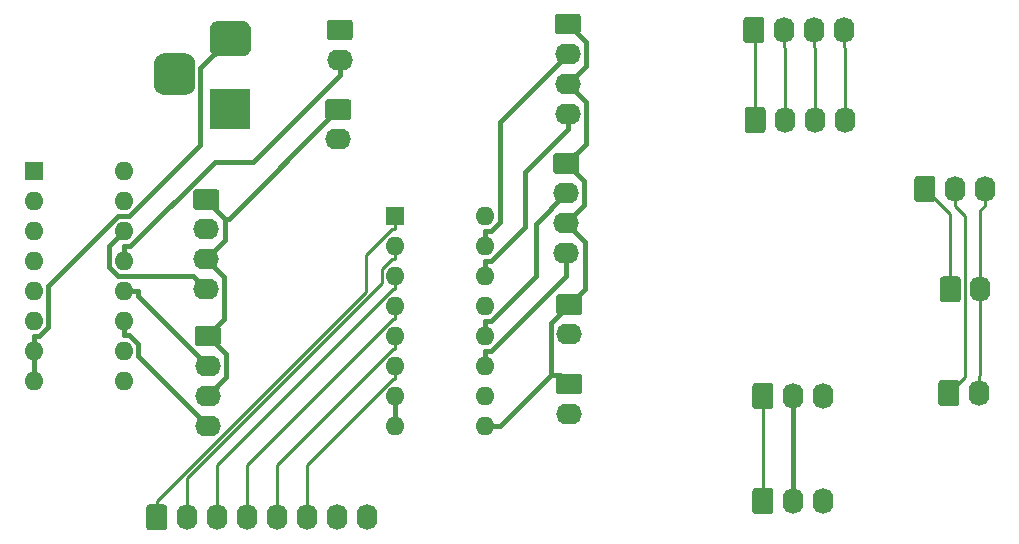
<source format=gbr>
G04 #@! TF.GenerationSoftware,KiCad,Pcbnew,(5.1.5-0-10_14)*
G04 #@! TF.CreationDate,2021-11-28T08:27:30+10:00*
G04 #@! TF.ProjectId,OH - Left Console - Output Distribution,4f48202d-204c-4656-9674-20436f6e736f,rev?*
G04 #@! TF.SameCoordinates,Original*
G04 #@! TF.FileFunction,Copper,L2,Bot*
G04 #@! TF.FilePolarity,Positive*
%FSLAX46Y46*%
G04 Gerber Fmt 4.6, Leading zero omitted, Abs format (unit mm)*
G04 Created by KiCad (PCBNEW (5.1.5-0-10_14)) date 2021-11-28 08:27:30*
%MOMM*%
%LPD*%
G04 APERTURE LIST*
%ADD10O,2.200000X1.740000*%
%ADD11C,0.100000*%
%ADD12R,3.500000X3.500000*%
%ADD13O,1.600000X1.600000*%
%ADD14R,1.600000X1.600000*%
%ADD15O,1.740000X2.200000*%
%ADD16C,0.450000*%
%ADD17C,0.250000*%
G04 APERTURE END LIST*
D10*
X169418000Y-53721000D03*
X169418000Y-51181000D03*
X169418000Y-48641000D03*
G04 #@! TA.AperFunction,ComponentPad*
D11*
G36*
X170292505Y-45232204D02*
G01*
X170316773Y-45235804D01*
X170340572Y-45241765D01*
X170363671Y-45250030D01*
X170385850Y-45260520D01*
X170406893Y-45273132D01*
X170426599Y-45287747D01*
X170444777Y-45304223D01*
X170461253Y-45322401D01*
X170475868Y-45342107D01*
X170488480Y-45363150D01*
X170498970Y-45385329D01*
X170507235Y-45408428D01*
X170513196Y-45432227D01*
X170516796Y-45456495D01*
X170518000Y-45480999D01*
X170518000Y-46721001D01*
X170516796Y-46745505D01*
X170513196Y-46769773D01*
X170507235Y-46793572D01*
X170498970Y-46816671D01*
X170488480Y-46838850D01*
X170475868Y-46859893D01*
X170461253Y-46879599D01*
X170444777Y-46897777D01*
X170426599Y-46914253D01*
X170406893Y-46928868D01*
X170385850Y-46941480D01*
X170363671Y-46951970D01*
X170340572Y-46960235D01*
X170316773Y-46966196D01*
X170292505Y-46969796D01*
X170268001Y-46971000D01*
X168567999Y-46971000D01*
X168543495Y-46969796D01*
X168519227Y-46966196D01*
X168495428Y-46960235D01*
X168472329Y-46951970D01*
X168450150Y-46941480D01*
X168429107Y-46928868D01*
X168409401Y-46914253D01*
X168391223Y-46897777D01*
X168374747Y-46879599D01*
X168360132Y-46859893D01*
X168347520Y-46838850D01*
X168337030Y-46816671D01*
X168328765Y-46793572D01*
X168322804Y-46769773D01*
X168319204Y-46745505D01*
X168318000Y-46721001D01*
X168318000Y-45480999D01*
X168319204Y-45456495D01*
X168322804Y-45432227D01*
X168328765Y-45408428D01*
X168337030Y-45385329D01*
X168347520Y-45363150D01*
X168360132Y-45342107D01*
X168374747Y-45322401D01*
X168391223Y-45304223D01*
X168409401Y-45287747D01*
X168429107Y-45273132D01*
X168450150Y-45260520D01*
X168472329Y-45250030D01*
X168495428Y-45241765D01*
X168519227Y-45235804D01*
X168543495Y-45232204D01*
X168567999Y-45231000D01*
X170268001Y-45231000D01*
X170292505Y-45232204D01*
G37*
G04 #@! TD.AperFunction*
D10*
X169545000Y-41910000D03*
X169545000Y-39370000D03*
X169545000Y-36830000D03*
G04 #@! TA.AperFunction,ComponentPad*
D11*
G36*
X170419505Y-33421204D02*
G01*
X170443773Y-33424804D01*
X170467572Y-33430765D01*
X170490671Y-33439030D01*
X170512850Y-33449520D01*
X170533893Y-33462132D01*
X170553599Y-33476747D01*
X170571777Y-33493223D01*
X170588253Y-33511401D01*
X170602868Y-33531107D01*
X170615480Y-33552150D01*
X170625970Y-33574329D01*
X170634235Y-33597428D01*
X170640196Y-33621227D01*
X170643796Y-33645495D01*
X170645000Y-33669999D01*
X170645000Y-34910001D01*
X170643796Y-34934505D01*
X170640196Y-34958773D01*
X170634235Y-34982572D01*
X170625970Y-35005671D01*
X170615480Y-35027850D01*
X170602868Y-35048893D01*
X170588253Y-35068599D01*
X170571777Y-35086777D01*
X170553599Y-35103253D01*
X170533893Y-35117868D01*
X170512850Y-35130480D01*
X170490671Y-35140970D01*
X170467572Y-35149235D01*
X170443773Y-35155196D01*
X170419505Y-35158796D01*
X170395001Y-35160000D01*
X168694999Y-35160000D01*
X168670495Y-35158796D01*
X168646227Y-35155196D01*
X168622428Y-35149235D01*
X168599329Y-35140970D01*
X168577150Y-35130480D01*
X168556107Y-35117868D01*
X168536401Y-35103253D01*
X168518223Y-35086777D01*
X168501747Y-35068599D01*
X168487132Y-35048893D01*
X168474520Y-35027850D01*
X168464030Y-35005671D01*
X168455765Y-34982572D01*
X168449804Y-34958773D01*
X168446204Y-34934505D01*
X168445000Y-34910001D01*
X168445000Y-33669999D01*
X168446204Y-33645495D01*
X168449804Y-33621227D01*
X168455765Y-33597428D01*
X168464030Y-33574329D01*
X168474520Y-33552150D01*
X168487132Y-33531107D01*
X168501747Y-33511401D01*
X168518223Y-33493223D01*
X168536401Y-33476747D01*
X168556107Y-33462132D01*
X168577150Y-33449520D01*
X168599329Y-33439030D01*
X168622428Y-33430765D01*
X168646227Y-33424804D01*
X168670495Y-33421204D01*
X168694999Y-33420000D01*
X170395001Y-33420000D01*
X170419505Y-33421204D01*
G37*
G04 #@! TD.AperFunction*
D10*
X169672000Y-67310000D03*
G04 #@! TA.AperFunction,ComponentPad*
D11*
G36*
X170546505Y-63901204D02*
G01*
X170570773Y-63904804D01*
X170594572Y-63910765D01*
X170617671Y-63919030D01*
X170639850Y-63929520D01*
X170660893Y-63942132D01*
X170680599Y-63956747D01*
X170698777Y-63973223D01*
X170715253Y-63991401D01*
X170729868Y-64011107D01*
X170742480Y-64032150D01*
X170752970Y-64054329D01*
X170761235Y-64077428D01*
X170767196Y-64101227D01*
X170770796Y-64125495D01*
X170772000Y-64149999D01*
X170772000Y-65390001D01*
X170770796Y-65414505D01*
X170767196Y-65438773D01*
X170761235Y-65462572D01*
X170752970Y-65485671D01*
X170742480Y-65507850D01*
X170729868Y-65528893D01*
X170715253Y-65548599D01*
X170698777Y-65566777D01*
X170680599Y-65583253D01*
X170660893Y-65597868D01*
X170639850Y-65610480D01*
X170617671Y-65620970D01*
X170594572Y-65629235D01*
X170570773Y-65635196D01*
X170546505Y-65638796D01*
X170522001Y-65640000D01*
X168821999Y-65640000D01*
X168797495Y-65638796D01*
X168773227Y-65635196D01*
X168749428Y-65629235D01*
X168726329Y-65620970D01*
X168704150Y-65610480D01*
X168683107Y-65597868D01*
X168663401Y-65583253D01*
X168645223Y-65566777D01*
X168628747Y-65548599D01*
X168614132Y-65528893D01*
X168601520Y-65507850D01*
X168591030Y-65485671D01*
X168582765Y-65462572D01*
X168576804Y-65438773D01*
X168573204Y-65414505D01*
X168572000Y-65390001D01*
X168572000Y-64149999D01*
X168573204Y-64125495D01*
X168576804Y-64101227D01*
X168582765Y-64077428D01*
X168591030Y-64054329D01*
X168601520Y-64032150D01*
X168614132Y-64011107D01*
X168628747Y-63991401D01*
X168645223Y-63973223D01*
X168663401Y-63956747D01*
X168683107Y-63942132D01*
X168704150Y-63929520D01*
X168726329Y-63919030D01*
X168749428Y-63910765D01*
X168773227Y-63904804D01*
X168797495Y-63901204D01*
X168821999Y-63900000D01*
X170522001Y-63900000D01*
X170546505Y-63901204D01*
G37*
G04 #@! TD.AperFunction*
D10*
X169672000Y-60579000D03*
G04 #@! TA.AperFunction,ComponentPad*
D11*
G36*
X170546505Y-57170204D02*
G01*
X170570773Y-57173804D01*
X170594572Y-57179765D01*
X170617671Y-57188030D01*
X170639850Y-57198520D01*
X170660893Y-57211132D01*
X170680599Y-57225747D01*
X170698777Y-57242223D01*
X170715253Y-57260401D01*
X170729868Y-57280107D01*
X170742480Y-57301150D01*
X170752970Y-57323329D01*
X170761235Y-57346428D01*
X170767196Y-57370227D01*
X170770796Y-57394495D01*
X170772000Y-57418999D01*
X170772000Y-58659001D01*
X170770796Y-58683505D01*
X170767196Y-58707773D01*
X170761235Y-58731572D01*
X170752970Y-58754671D01*
X170742480Y-58776850D01*
X170729868Y-58797893D01*
X170715253Y-58817599D01*
X170698777Y-58835777D01*
X170680599Y-58852253D01*
X170660893Y-58866868D01*
X170639850Y-58879480D01*
X170617671Y-58889970D01*
X170594572Y-58898235D01*
X170570773Y-58904196D01*
X170546505Y-58907796D01*
X170522001Y-58909000D01*
X168821999Y-58909000D01*
X168797495Y-58907796D01*
X168773227Y-58904196D01*
X168749428Y-58898235D01*
X168726329Y-58889970D01*
X168704150Y-58879480D01*
X168683107Y-58866868D01*
X168663401Y-58852253D01*
X168645223Y-58835777D01*
X168628747Y-58817599D01*
X168614132Y-58797893D01*
X168601520Y-58776850D01*
X168591030Y-58754671D01*
X168582765Y-58731572D01*
X168576804Y-58707773D01*
X168573204Y-58683505D01*
X168572000Y-58659001D01*
X168572000Y-57418999D01*
X168573204Y-57394495D01*
X168576804Y-57370227D01*
X168582765Y-57346428D01*
X168591030Y-57323329D01*
X168601520Y-57301150D01*
X168614132Y-57280107D01*
X168628747Y-57260401D01*
X168645223Y-57242223D01*
X168663401Y-57225747D01*
X168683107Y-57211132D01*
X168704150Y-57198520D01*
X168726329Y-57188030D01*
X168749428Y-57179765D01*
X168773227Y-57173804D01*
X168797495Y-57170204D01*
X168821999Y-57169000D01*
X170522001Y-57169000D01*
X170546505Y-57170204D01*
G37*
G04 #@! TD.AperFunction*
G04 #@! TA.AperFunction,ComponentPad*
G36*
X137230765Y-36783213D02*
G01*
X137315704Y-36795813D01*
X137398999Y-36816677D01*
X137479848Y-36845605D01*
X137557472Y-36882319D01*
X137631124Y-36926464D01*
X137700094Y-36977616D01*
X137763718Y-37035282D01*
X137821384Y-37098906D01*
X137872536Y-37167876D01*
X137916681Y-37241528D01*
X137953395Y-37319152D01*
X137982323Y-37400001D01*
X138003187Y-37483296D01*
X138015787Y-37568235D01*
X138020000Y-37654000D01*
X138020000Y-39404000D01*
X138015787Y-39489765D01*
X138003187Y-39574704D01*
X137982323Y-39657999D01*
X137953395Y-39738848D01*
X137916681Y-39816472D01*
X137872536Y-39890124D01*
X137821384Y-39959094D01*
X137763718Y-40022718D01*
X137700094Y-40080384D01*
X137631124Y-40131536D01*
X137557472Y-40175681D01*
X137479848Y-40212395D01*
X137398999Y-40241323D01*
X137315704Y-40262187D01*
X137230765Y-40274787D01*
X137145000Y-40279000D01*
X135395000Y-40279000D01*
X135309235Y-40274787D01*
X135224296Y-40262187D01*
X135141001Y-40241323D01*
X135060152Y-40212395D01*
X134982528Y-40175681D01*
X134908876Y-40131536D01*
X134839906Y-40080384D01*
X134776282Y-40022718D01*
X134718616Y-39959094D01*
X134667464Y-39890124D01*
X134623319Y-39816472D01*
X134586605Y-39738848D01*
X134557677Y-39657999D01*
X134536813Y-39574704D01*
X134524213Y-39489765D01*
X134520000Y-39404000D01*
X134520000Y-37654000D01*
X134524213Y-37568235D01*
X134536813Y-37483296D01*
X134557677Y-37400001D01*
X134586605Y-37319152D01*
X134623319Y-37241528D01*
X134667464Y-37167876D01*
X134718616Y-37098906D01*
X134776282Y-37035282D01*
X134839906Y-36977616D01*
X134908876Y-36926464D01*
X134982528Y-36882319D01*
X135060152Y-36845605D01*
X135141001Y-36816677D01*
X135224296Y-36795813D01*
X135309235Y-36783213D01*
X135395000Y-36779000D01*
X137145000Y-36779000D01*
X137230765Y-36783213D01*
G37*
G04 #@! TD.AperFunction*
G04 #@! TA.AperFunction,ComponentPad*
G36*
X142043513Y-34032611D02*
G01*
X142116318Y-34043411D01*
X142187714Y-34061295D01*
X142257013Y-34086090D01*
X142323548Y-34117559D01*
X142386678Y-34155398D01*
X142445795Y-34199242D01*
X142500330Y-34248670D01*
X142549758Y-34303205D01*
X142593602Y-34362322D01*
X142631441Y-34425452D01*
X142662910Y-34491987D01*
X142687705Y-34561286D01*
X142705589Y-34632682D01*
X142716389Y-34705487D01*
X142720000Y-34779000D01*
X142720000Y-36279000D01*
X142716389Y-36352513D01*
X142705589Y-36425318D01*
X142687705Y-36496714D01*
X142662910Y-36566013D01*
X142631441Y-36632548D01*
X142593602Y-36695678D01*
X142549758Y-36754795D01*
X142500330Y-36809330D01*
X142445795Y-36858758D01*
X142386678Y-36902602D01*
X142323548Y-36940441D01*
X142257013Y-36971910D01*
X142187714Y-36996705D01*
X142116318Y-37014589D01*
X142043513Y-37025389D01*
X141970000Y-37029000D01*
X139970000Y-37029000D01*
X139896487Y-37025389D01*
X139823682Y-37014589D01*
X139752286Y-36996705D01*
X139682987Y-36971910D01*
X139616452Y-36940441D01*
X139553322Y-36902602D01*
X139494205Y-36858758D01*
X139439670Y-36809330D01*
X139390242Y-36754795D01*
X139346398Y-36695678D01*
X139308559Y-36632548D01*
X139277090Y-36566013D01*
X139252295Y-36496714D01*
X139234411Y-36425318D01*
X139223611Y-36352513D01*
X139220000Y-36279000D01*
X139220000Y-34779000D01*
X139223611Y-34705487D01*
X139234411Y-34632682D01*
X139252295Y-34561286D01*
X139277090Y-34491987D01*
X139308559Y-34425452D01*
X139346398Y-34362322D01*
X139390242Y-34303205D01*
X139439670Y-34248670D01*
X139494205Y-34199242D01*
X139553322Y-34155398D01*
X139616452Y-34117559D01*
X139682987Y-34086090D01*
X139752286Y-34061295D01*
X139823682Y-34043411D01*
X139896487Y-34032611D01*
X139970000Y-34029000D01*
X141970000Y-34029000D01*
X142043513Y-34032611D01*
G37*
G04 #@! TD.AperFunction*
D12*
X140970000Y-41529000D03*
D13*
X162560000Y-50546000D03*
X154940000Y-68326000D03*
X162560000Y-53086000D03*
X154940000Y-65786000D03*
X162560000Y-55626000D03*
X154940000Y-63246000D03*
X162560000Y-58166000D03*
X154940000Y-60706000D03*
X162560000Y-60706000D03*
X154940000Y-58166000D03*
X162560000Y-63246000D03*
X154940000Y-55626000D03*
X162560000Y-65786000D03*
X154940000Y-53086000D03*
X162560000Y-68326000D03*
D14*
X154940000Y-50546000D03*
D15*
X152527000Y-76073000D03*
X149987000Y-76073000D03*
X147447000Y-76073000D03*
X144907000Y-76073000D03*
X142367000Y-76073000D03*
X139827000Y-76073000D03*
X137287000Y-76073000D03*
G04 #@! TA.AperFunction,ComponentPad*
D11*
G36*
X135391505Y-74974204D02*
G01*
X135415773Y-74977804D01*
X135439572Y-74983765D01*
X135462671Y-74992030D01*
X135484850Y-75002520D01*
X135505893Y-75015132D01*
X135525599Y-75029747D01*
X135543777Y-75046223D01*
X135560253Y-75064401D01*
X135574868Y-75084107D01*
X135587480Y-75105150D01*
X135597970Y-75127329D01*
X135606235Y-75150428D01*
X135612196Y-75174227D01*
X135615796Y-75198495D01*
X135617000Y-75222999D01*
X135617000Y-76923001D01*
X135615796Y-76947505D01*
X135612196Y-76971773D01*
X135606235Y-76995572D01*
X135597970Y-77018671D01*
X135587480Y-77040850D01*
X135574868Y-77061893D01*
X135560253Y-77081599D01*
X135543777Y-77099777D01*
X135525599Y-77116253D01*
X135505893Y-77130868D01*
X135484850Y-77143480D01*
X135462671Y-77153970D01*
X135439572Y-77162235D01*
X135415773Y-77168196D01*
X135391505Y-77171796D01*
X135367001Y-77173000D01*
X134126999Y-77173000D01*
X134102495Y-77171796D01*
X134078227Y-77168196D01*
X134054428Y-77162235D01*
X134031329Y-77153970D01*
X134009150Y-77143480D01*
X133988107Y-77130868D01*
X133968401Y-77116253D01*
X133950223Y-77099777D01*
X133933747Y-77081599D01*
X133919132Y-77061893D01*
X133906520Y-77040850D01*
X133896030Y-77018671D01*
X133887765Y-76995572D01*
X133881804Y-76971773D01*
X133878204Y-76947505D01*
X133877000Y-76923001D01*
X133877000Y-75222999D01*
X133878204Y-75198495D01*
X133881804Y-75174227D01*
X133887765Y-75150428D01*
X133896030Y-75127329D01*
X133906520Y-75105150D01*
X133919132Y-75084107D01*
X133933747Y-75064401D01*
X133950223Y-75046223D01*
X133968401Y-75029747D01*
X133988107Y-75015132D01*
X134009150Y-75002520D01*
X134031329Y-74992030D01*
X134054428Y-74983765D01*
X134078227Y-74977804D01*
X134102495Y-74974204D01*
X134126999Y-74973000D01*
X135367001Y-74973000D01*
X135391505Y-74974204D01*
G37*
G04 #@! TD.AperFunction*
D15*
X204343000Y-65532000D03*
G04 #@! TA.AperFunction,ComponentPad*
D11*
G36*
X202447505Y-64433204D02*
G01*
X202471773Y-64436804D01*
X202495572Y-64442765D01*
X202518671Y-64451030D01*
X202540850Y-64461520D01*
X202561893Y-64474132D01*
X202581599Y-64488747D01*
X202599777Y-64505223D01*
X202616253Y-64523401D01*
X202630868Y-64543107D01*
X202643480Y-64564150D01*
X202653970Y-64586329D01*
X202662235Y-64609428D01*
X202668196Y-64633227D01*
X202671796Y-64657495D01*
X202673000Y-64681999D01*
X202673000Y-66382001D01*
X202671796Y-66406505D01*
X202668196Y-66430773D01*
X202662235Y-66454572D01*
X202653970Y-66477671D01*
X202643480Y-66499850D01*
X202630868Y-66520893D01*
X202616253Y-66540599D01*
X202599777Y-66558777D01*
X202581599Y-66575253D01*
X202561893Y-66589868D01*
X202540850Y-66602480D01*
X202518671Y-66612970D01*
X202495572Y-66621235D01*
X202471773Y-66627196D01*
X202447505Y-66630796D01*
X202423001Y-66632000D01*
X201182999Y-66632000D01*
X201158495Y-66630796D01*
X201134227Y-66627196D01*
X201110428Y-66621235D01*
X201087329Y-66612970D01*
X201065150Y-66602480D01*
X201044107Y-66589868D01*
X201024401Y-66575253D01*
X201006223Y-66558777D01*
X200989747Y-66540599D01*
X200975132Y-66520893D01*
X200962520Y-66499850D01*
X200952030Y-66477671D01*
X200943765Y-66454572D01*
X200937804Y-66430773D01*
X200934204Y-66406505D01*
X200933000Y-66382001D01*
X200933000Y-64681999D01*
X200934204Y-64657495D01*
X200937804Y-64633227D01*
X200943765Y-64609428D01*
X200952030Y-64586329D01*
X200962520Y-64564150D01*
X200975132Y-64543107D01*
X200989747Y-64523401D01*
X201006223Y-64505223D01*
X201024401Y-64488747D01*
X201044107Y-64474132D01*
X201065150Y-64461520D01*
X201087329Y-64451030D01*
X201110428Y-64442765D01*
X201134227Y-64436804D01*
X201158495Y-64433204D01*
X201182999Y-64432000D01*
X202423001Y-64432000D01*
X202447505Y-64433204D01*
G37*
G04 #@! TD.AperFunction*
D15*
X204470000Y-56769000D03*
G04 #@! TA.AperFunction,ComponentPad*
D11*
G36*
X202574505Y-55670204D02*
G01*
X202598773Y-55673804D01*
X202622572Y-55679765D01*
X202645671Y-55688030D01*
X202667850Y-55698520D01*
X202688893Y-55711132D01*
X202708599Y-55725747D01*
X202726777Y-55742223D01*
X202743253Y-55760401D01*
X202757868Y-55780107D01*
X202770480Y-55801150D01*
X202780970Y-55823329D01*
X202789235Y-55846428D01*
X202795196Y-55870227D01*
X202798796Y-55894495D01*
X202800000Y-55918999D01*
X202800000Y-57619001D01*
X202798796Y-57643505D01*
X202795196Y-57667773D01*
X202789235Y-57691572D01*
X202780970Y-57714671D01*
X202770480Y-57736850D01*
X202757868Y-57757893D01*
X202743253Y-57777599D01*
X202726777Y-57795777D01*
X202708599Y-57812253D01*
X202688893Y-57826868D01*
X202667850Y-57839480D01*
X202645671Y-57849970D01*
X202622572Y-57858235D01*
X202598773Y-57864196D01*
X202574505Y-57867796D01*
X202550001Y-57869000D01*
X201309999Y-57869000D01*
X201285495Y-57867796D01*
X201261227Y-57864196D01*
X201237428Y-57858235D01*
X201214329Y-57849970D01*
X201192150Y-57839480D01*
X201171107Y-57826868D01*
X201151401Y-57812253D01*
X201133223Y-57795777D01*
X201116747Y-57777599D01*
X201102132Y-57757893D01*
X201089520Y-57736850D01*
X201079030Y-57714671D01*
X201070765Y-57691572D01*
X201064804Y-57667773D01*
X201061204Y-57643505D01*
X201060000Y-57619001D01*
X201060000Y-55918999D01*
X201061204Y-55894495D01*
X201064804Y-55870227D01*
X201070765Y-55846428D01*
X201079030Y-55823329D01*
X201089520Y-55801150D01*
X201102132Y-55780107D01*
X201116747Y-55760401D01*
X201133223Y-55742223D01*
X201151401Y-55725747D01*
X201171107Y-55711132D01*
X201192150Y-55698520D01*
X201214329Y-55688030D01*
X201237428Y-55679765D01*
X201261227Y-55673804D01*
X201285495Y-55670204D01*
X201309999Y-55669000D01*
X202550001Y-55669000D01*
X202574505Y-55670204D01*
G37*
G04 #@! TD.AperFunction*
D15*
X204851000Y-48260000D03*
X202311000Y-48260000D03*
G04 #@! TA.AperFunction,ComponentPad*
D11*
G36*
X200415505Y-47161204D02*
G01*
X200439773Y-47164804D01*
X200463572Y-47170765D01*
X200486671Y-47179030D01*
X200508850Y-47189520D01*
X200529893Y-47202132D01*
X200549599Y-47216747D01*
X200567777Y-47233223D01*
X200584253Y-47251401D01*
X200598868Y-47271107D01*
X200611480Y-47292150D01*
X200621970Y-47314329D01*
X200630235Y-47337428D01*
X200636196Y-47361227D01*
X200639796Y-47385495D01*
X200641000Y-47409999D01*
X200641000Y-49110001D01*
X200639796Y-49134505D01*
X200636196Y-49158773D01*
X200630235Y-49182572D01*
X200621970Y-49205671D01*
X200611480Y-49227850D01*
X200598868Y-49248893D01*
X200584253Y-49268599D01*
X200567777Y-49286777D01*
X200549599Y-49303253D01*
X200529893Y-49317868D01*
X200508850Y-49330480D01*
X200486671Y-49340970D01*
X200463572Y-49349235D01*
X200439773Y-49355196D01*
X200415505Y-49358796D01*
X200391001Y-49360000D01*
X199150999Y-49360000D01*
X199126495Y-49358796D01*
X199102227Y-49355196D01*
X199078428Y-49349235D01*
X199055329Y-49340970D01*
X199033150Y-49330480D01*
X199012107Y-49317868D01*
X198992401Y-49303253D01*
X198974223Y-49286777D01*
X198957747Y-49268599D01*
X198943132Y-49248893D01*
X198930520Y-49227850D01*
X198920030Y-49205671D01*
X198911765Y-49182572D01*
X198905804Y-49158773D01*
X198902204Y-49134505D01*
X198901000Y-49110001D01*
X198901000Y-47409999D01*
X198902204Y-47385495D01*
X198905804Y-47361227D01*
X198911765Y-47337428D01*
X198920030Y-47314329D01*
X198930520Y-47292150D01*
X198943132Y-47271107D01*
X198957747Y-47251401D01*
X198974223Y-47233223D01*
X198992401Y-47216747D01*
X199012107Y-47202132D01*
X199033150Y-47189520D01*
X199055329Y-47179030D01*
X199078428Y-47170765D01*
X199102227Y-47164804D01*
X199126495Y-47161204D01*
X199150999Y-47160000D01*
X200391001Y-47160000D01*
X200415505Y-47161204D01*
G37*
G04 #@! TD.AperFunction*
D13*
X131953000Y-46736000D03*
X124333000Y-64516000D03*
X131953000Y-49276000D03*
X124333000Y-61976000D03*
X131953000Y-51816000D03*
X124333000Y-59436000D03*
X131953000Y-54356000D03*
X124333000Y-56896000D03*
X131953000Y-56896000D03*
X124333000Y-54356000D03*
X131953000Y-59436000D03*
X124333000Y-51816000D03*
X131953000Y-61976000D03*
X124333000Y-49276000D03*
X131953000Y-64516000D03*
D14*
X124333000Y-46736000D03*
D15*
X191135000Y-65786000D03*
X188595000Y-65786000D03*
G04 #@! TA.AperFunction,ComponentPad*
D11*
G36*
X186699505Y-64687204D02*
G01*
X186723773Y-64690804D01*
X186747572Y-64696765D01*
X186770671Y-64705030D01*
X186792850Y-64715520D01*
X186813893Y-64728132D01*
X186833599Y-64742747D01*
X186851777Y-64759223D01*
X186868253Y-64777401D01*
X186882868Y-64797107D01*
X186895480Y-64818150D01*
X186905970Y-64840329D01*
X186914235Y-64863428D01*
X186920196Y-64887227D01*
X186923796Y-64911495D01*
X186925000Y-64935999D01*
X186925000Y-66636001D01*
X186923796Y-66660505D01*
X186920196Y-66684773D01*
X186914235Y-66708572D01*
X186905970Y-66731671D01*
X186895480Y-66753850D01*
X186882868Y-66774893D01*
X186868253Y-66794599D01*
X186851777Y-66812777D01*
X186833599Y-66829253D01*
X186813893Y-66843868D01*
X186792850Y-66856480D01*
X186770671Y-66866970D01*
X186747572Y-66875235D01*
X186723773Y-66881196D01*
X186699505Y-66884796D01*
X186675001Y-66886000D01*
X185434999Y-66886000D01*
X185410495Y-66884796D01*
X185386227Y-66881196D01*
X185362428Y-66875235D01*
X185339329Y-66866970D01*
X185317150Y-66856480D01*
X185296107Y-66843868D01*
X185276401Y-66829253D01*
X185258223Y-66812777D01*
X185241747Y-66794599D01*
X185227132Y-66774893D01*
X185214520Y-66753850D01*
X185204030Y-66731671D01*
X185195765Y-66708572D01*
X185189804Y-66684773D01*
X185186204Y-66660505D01*
X185185000Y-66636001D01*
X185185000Y-64935999D01*
X185186204Y-64911495D01*
X185189804Y-64887227D01*
X185195765Y-64863428D01*
X185204030Y-64840329D01*
X185214520Y-64818150D01*
X185227132Y-64797107D01*
X185241747Y-64777401D01*
X185258223Y-64759223D01*
X185276401Y-64742747D01*
X185296107Y-64728132D01*
X185317150Y-64715520D01*
X185339329Y-64705030D01*
X185362428Y-64696765D01*
X185386227Y-64690804D01*
X185410495Y-64687204D01*
X185434999Y-64686000D01*
X186675001Y-64686000D01*
X186699505Y-64687204D01*
G37*
G04 #@! TD.AperFunction*
D15*
X191135000Y-74676000D03*
X188595000Y-74676000D03*
G04 #@! TA.AperFunction,ComponentPad*
D11*
G36*
X186699505Y-73577204D02*
G01*
X186723773Y-73580804D01*
X186747572Y-73586765D01*
X186770671Y-73595030D01*
X186792850Y-73605520D01*
X186813893Y-73618132D01*
X186833599Y-73632747D01*
X186851777Y-73649223D01*
X186868253Y-73667401D01*
X186882868Y-73687107D01*
X186895480Y-73708150D01*
X186905970Y-73730329D01*
X186914235Y-73753428D01*
X186920196Y-73777227D01*
X186923796Y-73801495D01*
X186925000Y-73825999D01*
X186925000Y-75526001D01*
X186923796Y-75550505D01*
X186920196Y-75574773D01*
X186914235Y-75598572D01*
X186905970Y-75621671D01*
X186895480Y-75643850D01*
X186882868Y-75664893D01*
X186868253Y-75684599D01*
X186851777Y-75702777D01*
X186833599Y-75719253D01*
X186813893Y-75733868D01*
X186792850Y-75746480D01*
X186770671Y-75756970D01*
X186747572Y-75765235D01*
X186723773Y-75771196D01*
X186699505Y-75774796D01*
X186675001Y-75776000D01*
X185434999Y-75776000D01*
X185410495Y-75774796D01*
X185386227Y-75771196D01*
X185362428Y-75765235D01*
X185339329Y-75756970D01*
X185317150Y-75746480D01*
X185296107Y-75733868D01*
X185276401Y-75719253D01*
X185258223Y-75702777D01*
X185241747Y-75684599D01*
X185227132Y-75664893D01*
X185214520Y-75643850D01*
X185204030Y-75621671D01*
X185195765Y-75598572D01*
X185189804Y-75574773D01*
X185186204Y-75550505D01*
X185185000Y-75526001D01*
X185185000Y-73825999D01*
X185186204Y-73801495D01*
X185189804Y-73777227D01*
X185195765Y-73753428D01*
X185204030Y-73730329D01*
X185214520Y-73708150D01*
X185227132Y-73687107D01*
X185241747Y-73667401D01*
X185258223Y-73649223D01*
X185276401Y-73632747D01*
X185296107Y-73618132D01*
X185317150Y-73605520D01*
X185339329Y-73595030D01*
X185362428Y-73586765D01*
X185386227Y-73580804D01*
X185410495Y-73577204D01*
X185434999Y-73576000D01*
X186675001Y-73576000D01*
X186699505Y-73577204D01*
G37*
G04 #@! TD.AperFunction*
D10*
X139065000Y-68326000D03*
X139065000Y-65786000D03*
X139065000Y-63246000D03*
G04 #@! TA.AperFunction,ComponentPad*
D11*
G36*
X139939505Y-59837204D02*
G01*
X139963773Y-59840804D01*
X139987572Y-59846765D01*
X140010671Y-59855030D01*
X140032850Y-59865520D01*
X140053893Y-59878132D01*
X140073599Y-59892747D01*
X140091777Y-59909223D01*
X140108253Y-59927401D01*
X140122868Y-59947107D01*
X140135480Y-59968150D01*
X140145970Y-59990329D01*
X140154235Y-60013428D01*
X140160196Y-60037227D01*
X140163796Y-60061495D01*
X140165000Y-60085999D01*
X140165000Y-61326001D01*
X140163796Y-61350505D01*
X140160196Y-61374773D01*
X140154235Y-61398572D01*
X140145970Y-61421671D01*
X140135480Y-61443850D01*
X140122868Y-61464893D01*
X140108253Y-61484599D01*
X140091777Y-61502777D01*
X140073599Y-61519253D01*
X140053893Y-61533868D01*
X140032850Y-61546480D01*
X140010671Y-61556970D01*
X139987572Y-61565235D01*
X139963773Y-61571196D01*
X139939505Y-61574796D01*
X139915001Y-61576000D01*
X138214999Y-61576000D01*
X138190495Y-61574796D01*
X138166227Y-61571196D01*
X138142428Y-61565235D01*
X138119329Y-61556970D01*
X138097150Y-61546480D01*
X138076107Y-61533868D01*
X138056401Y-61519253D01*
X138038223Y-61502777D01*
X138021747Y-61484599D01*
X138007132Y-61464893D01*
X137994520Y-61443850D01*
X137984030Y-61421671D01*
X137975765Y-61398572D01*
X137969804Y-61374773D01*
X137966204Y-61350505D01*
X137965000Y-61326001D01*
X137965000Y-60085999D01*
X137966204Y-60061495D01*
X137969804Y-60037227D01*
X137975765Y-60013428D01*
X137984030Y-59990329D01*
X137994520Y-59968150D01*
X138007132Y-59947107D01*
X138021747Y-59927401D01*
X138038223Y-59909223D01*
X138056401Y-59892747D01*
X138076107Y-59878132D01*
X138097150Y-59865520D01*
X138119329Y-59855030D01*
X138142428Y-59846765D01*
X138166227Y-59840804D01*
X138190495Y-59837204D01*
X138214999Y-59836000D01*
X139915001Y-59836000D01*
X139939505Y-59837204D01*
G37*
G04 #@! TD.AperFunction*
D15*
X193040000Y-42418000D03*
X190500000Y-42418000D03*
X187960000Y-42418000D03*
G04 #@! TA.AperFunction,ComponentPad*
D11*
G36*
X186064505Y-41319204D02*
G01*
X186088773Y-41322804D01*
X186112572Y-41328765D01*
X186135671Y-41337030D01*
X186157850Y-41347520D01*
X186178893Y-41360132D01*
X186198599Y-41374747D01*
X186216777Y-41391223D01*
X186233253Y-41409401D01*
X186247868Y-41429107D01*
X186260480Y-41450150D01*
X186270970Y-41472329D01*
X186279235Y-41495428D01*
X186285196Y-41519227D01*
X186288796Y-41543495D01*
X186290000Y-41567999D01*
X186290000Y-43268001D01*
X186288796Y-43292505D01*
X186285196Y-43316773D01*
X186279235Y-43340572D01*
X186270970Y-43363671D01*
X186260480Y-43385850D01*
X186247868Y-43406893D01*
X186233253Y-43426599D01*
X186216777Y-43444777D01*
X186198599Y-43461253D01*
X186178893Y-43475868D01*
X186157850Y-43488480D01*
X186135671Y-43498970D01*
X186112572Y-43507235D01*
X186088773Y-43513196D01*
X186064505Y-43516796D01*
X186040001Y-43518000D01*
X184799999Y-43518000D01*
X184775495Y-43516796D01*
X184751227Y-43513196D01*
X184727428Y-43507235D01*
X184704329Y-43498970D01*
X184682150Y-43488480D01*
X184661107Y-43475868D01*
X184641401Y-43461253D01*
X184623223Y-43444777D01*
X184606747Y-43426599D01*
X184592132Y-43406893D01*
X184579520Y-43385850D01*
X184569030Y-43363671D01*
X184560765Y-43340572D01*
X184554804Y-43316773D01*
X184551204Y-43292505D01*
X184550000Y-43268001D01*
X184550000Y-41567999D01*
X184551204Y-41543495D01*
X184554804Y-41519227D01*
X184560765Y-41495428D01*
X184569030Y-41472329D01*
X184579520Y-41450150D01*
X184592132Y-41429107D01*
X184606747Y-41409401D01*
X184623223Y-41391223D01*
X184641401Y-41374747D01*
X184661107Y-41360132D01*
X184682150Y-41347520D01*
X184704329Y-41337030D01*
X184727428Y-41328765D01*
X184751227Y-41322804D01*
X184775495Y-41319204D01*
X184799999Y-41318000D01*
X186040001Y-41318000D01*
X186064505Y-41319204D01*
G37*
G04 #@! TD.AperFunction*
D10*
X150241000Y-37338000D03*
G04 #@! TA.AperFunction,ComponentPad*
D11*
G36*
X151115505Y-33929204D02*
G01*
X151139773Y-33932804D01*
X151163572Y-33938765D01*
X151186671Y-33947030D01*
X151208850Y-33957520D01*
X151229893Y-33970132D01*
X151249599Y-33984747D01*
X151267777Y-34001223D01*
X151284253Y-34019401D01*
X151298868Y-34039107D01*
X151311480Y-34060150D01*
X151321970Y-34082329D01*
X151330235Y-34105428D01*
X151336196Y-34129227D01*
X151339796Y-34153495D01*
X151341000Y-34177999D01*
X151341000Y-35418001D01*
X151339796Y-35442505D01*
X151336196Y-35466773D01*
X151330235Y-35490572D01*
X151321970Y-35513671D01*
X151311480Y-35535850D01*
X151298868Y-35556893D01*
X151284253Y-35576599D01*
X151267777Y-35594777D01*
X151249599Y-35611253D01*
X151229893Y-35625868D01*
X151208850Y-35638480D01*
X151186671Y-35648970D01*
X151163572Y-35657235D01*
X151139773Y-35663196D01*
X151115505Y-35666796D01*
X151091001Y-35668000D01*
X149390999Y-35668000D01*
X149366495Y-35666796D01*
X149342227Y-35663196D01*
X149318428Y-35657235D01*
X149295329Y-35648970D01*
X149273150Y-35638480D01*
X149252107Y-35625868D01*
X149232401Y-35611253D01*
X149214223Y-35594777D01*
X149197747Y-35576599D01*
X149183132Y-35556893D01*
X149170520Y-35535850D01*
X149160030Y-35513671D01*
X149151765Y-35490572D01*
X149145804Y-35466773D01*
X149142204Y-35442505D01*
X149141000Y-35418001D01*
X149141000Y-34177999D01*
X149142204Y-34153495D01*
X149145804Y-34129227D01*
X149151765Y-34105428D01*
X149160030Y-34082329D01*
X149170520Y-34060150D01*
X149183132Y-34039107D01*
X149197747Y-34019401D01*
X149214223Y-34001223D01*
X149232401Y-33984747D01*
X149252107Y-33970132D01*
X149273150Y-33957520D01*
X149295329Y-33947030D01*
X149318428Y-33938765D01*
X149342227Y-33932804D01*
X149366495Y-33929204D01*
X149390999Y-33928000D01*
X151091001Y-33928000D01*
X151115505Y-33929204D01*
G37*
G04 #@! TD.AperFunction*
D10*
X138938000Y-56769000D03*
X138938000Y-54229000D03*
X138938000Y-51689000D03*
G04 #@! TA.AperFunction,ComponentPad*
D11*
G36*
X139812505Y-48280204D02*
G01*
X139836773Y-48283804D01*
X139860572Y-48289765D01*
X139883671Y-48298030D01*
X139905850Y-48308520D01*
X139926893Y-48321132D01*
X139946599Y-48335747D01*
X139964777Y-48352223D01*
X139981253Y-48370401D01*
X139995868Y-48390107D01*
X140008480Y-48411150D01*
X140018970Y-48433329D01*
X140027235Y-48456428D01*
X140033196Y-48480227D01*
X140036796Y-48504495D01*
X140038000Y-48528999D01*
X140038000Y-49769001D01*
X140036796Y-49793505D01*
X140033196Y-49817773D01*
X140027235Y-49841572D01*
X140018970Y-49864671D01*
X140008480Y-49886850D01*
X139995868Y-49907893D01*
X139981253Y-49927599D01*
X139964777Y-49945777D01*
X139946599Y-49962253D01*
X139926893Y-49976868D01*
X139905850Y-49989480D01*
X139883671Y-49999970D01*
X139860572Y-50008235D01*
X139836773Y-50014196D01*
X139812505Y-50017796D01*
X139788001Y-50019000D01*
X138087999Y-50019000D01*
X138063495Y-50017796D01*
X138039227Y-50014196D01*
X138015428Y-50008235D01*
X137992329Y-49999970D01*
X137970150Y-49989480D01*
X137949107Y-49976868D01*
X137929401Y-49962253D01*
X137911223Y-49945777D01*
X137894747Y-49927599D01*
X137880132Y-49907893D01*
X137867520Y-49886850D01*
X137857030Y-49864671D01*
X137848765Y-49841572D01*
X137842804Y-49817773D01*
X137839204Y-49793505D01*
X137838000Y-49769001D01*
X137838000Y-48528999D01*
X137839204Y-48504495D01*
X137842804Y-48480227D01*
X137848765Y-48456428D01*
X137857030Y-48433329D01*
X137867520Y-48411150D01*
X137880132Y-48390107D01*
X137894747Y-48370401D01*
X137911223Y-48352223D01*
X137929401Y-48335747D01*
X137949107Y-48321132D01*
X137970150Y-48308520D01*
X137992329Y-48298030D01*
X138015428Y-48289765D01*
X138039227Y-48283804D01*
X138063495Y-48280204D01*
X138087999Y-48279000D01*
X139788001Y-48279000D01*
X139812505Y-48280204D01*
G37*
G04 #@! TD.AperFunction*
D10*
X150114000Y-44069000D03*
G04 #@! TA.AperFunction,ComponentPad*
D11*
G36*
X150988505Y-40660204D02*
G01*
X151012773Y-40663804D01*
X151036572Y-40669765D01*
X151059671Y-40678030D01*
X151081850Y-40688520D01*
X151102893Y-40701132D01*
X151122599Y-40715747D01*
X151140777Y-40732223D01*
X151157253Y-40750401D01*
X151171868Y-40770107D01*
X151184480Y-40791150D01*
X151194970Y-40813329D01*
X151203235Y-40836428D01*
X151209196Y-40860227D01*
X151212796Y-40884495D01*
X151214000Y-40908999D01*
X151214000Y-42149001D01*
X151212796Y-42173505D01*
X151209196Y-42197773D01*
X151203235Y-42221572D01*
X151194970Y-42244671D01*
X151184480Y-42266850D01*
X151171868Y-42287893D01*
X151157253Y-42307599D01*
X151140777Y-42325777D01*
X151122599Y-42342253D01*
X151102893Y-42356868D01*
X151081850Y-42369480D01*
X151059671Y-42379970D01*
X151036572Y-42388235D01*
X151012773Y-42394196D01*
X150988505Y-42397796D01*
X150964001Y-42399000D01*
X149263999Y-42399000D01*
X149239495Y-42397796D01*
X149215227Y-42394196D01*
X149191428Y-42388235D01*
X149168329Y-42379970D01*
X149146150Y-42369480D01*
X149125107Y-42356868D01*
X149105401Y-42342253D01*
X149087223Y-42325777D01*
X149070747Y-42307599D01*
X149056132Y-42287893D01*
X149043520Y-42266850D01*
X149033030Y-42244671D01*
X149024765Y-42221572D01*
X149018804Y-42197773D01*
X149015204Y-42173505D01*
X149014000Y-42149001D01*
X149014000Y-40908999D01*
X149015204Y-40884495D01*
X149018804Y-40860227D01*
X149024765Y-40836428D01*
X149033030Y-40813329D01*
X149043520Y-40791150D01*
X149056132Y-40770107D01*
X149070747Y-40750401D01*
X149087223Y-40732223D01*
X149105401Y-40715747D01*
X149125107Y-40701132D01*
X149146150Y-40688520D01*
X149168329Y-40678030D01*
X149191428Y-40669765D01*
X149215227Y-40663804D01*
X149239495Y-40660204D01*
X149263999Y-40659000D01*
X150964001Y-40659000D01*
X150988505Y-40660204D01*
G37*
G04 #@! TD.AperFunction*
D15*
X192913000Y-34798000D03*
X190373000Y-34798000D03*
X187833000Y-34798000D03*
G04 #@! TA.AperFunction,ComponentPad*
D11*
G36*
X185937505Y-33699204D02*
G01*
X185961773Y-33702804D01*
X185985572Y-33708765D01*
X186008671Y-33717030D01*
X186030850Y-33727520D01*
X186051893Y-33740132D01*
X186071599Y-33754747D01*
X186089777Y-33771223D01*
X186106253Y-33789401D01*
X186120868Y-33809107D01*
X186133480Y-33830150D01*
X186143970Y-33852329D01*
X186152235Y-33875428D01*
X186158196Y-33899227D01*
X186161796Y-33923495D01*
X186163000Y-33947999D01*
X186163000Y-35648001D01*
X186161796Y-35672505D01*
X186158196Y-35696773D01*
X186152235Y-35720572D01*
X186143970Y-35743671D01*
X186133480Y-35765850D01*
X186120868Y-35786893D01*
X186106253Y-35806599D01*
X186089777Y-35824777D01*
X186071599Y-35841253D01*
X186051893Y-35855868D01*
X186030850Y-35868480D01*
X186008671Y-35878970D01*
X185985572Y-35887235D01*
X185961773Y-35893196D01*
X185937505Y-35896796D01*
X185913001Y-35898000D01*
X184672999Y-35898000D01*
X184648495Y-35896796D01*
X184624227Y-35893196D01*
X184600428Y-35887235D01*
X184577329Y-35878970D01*
X184555150Y-35868480D01*
X184534107Y-35855868D01*
X184514401Y-35841253D01*
X184496223Y-35824777D01*
X184479747Y-35806599D01*
X184465132Y-35786893D01*
X184452520Y-35765850D01*
X184442030Y-35743671D01*
X184433765Y-35720572D01*
X184427804Y-35696773D01*
X184424204Y-35672505D01*
X184423000Y-35648001D01*
X184423000Y-33947999D01*
X184424204Y-33923495D01*
X184427804Y-33899227D01*
X184433765Y-33875428D01*
X184442030Y-33852329D01*
X184452520Y-33830150D01*
X184465132Y-33809107D01*
X184479747Y-33789401D01*
X184496223Y-33771223D01*
X184514401Y-33754747D01*
X184534107Y-33740132D01*
X184555150Y-33727520D01*
X184577329Y-33717030D01*
X184600428Y-33708765D01*
X184624227Y-33702804D01*
X184648495Y-33699204D01*
X184672999Y-33698000D01*
X185913001Y-33698000D01*
X185937505Y-33699204D01*
G37*
G04 #@! TD.AperFunction*
D16*
X124333000Y-61976000D02*
X124333000Y-60750700D01*
X124333000Y-60750700D02*
X124792600Y-60750700D01*
X124792600Y-60750700D02*
X125558300Y-59985000D01*
X125558300Y-59985000D02*
X125558300Y-56469400D01*
X125558300Y-56469400D02*
X131481700Y-50546000D01*
X131481700Y-50546000D02*
X132436200Y-50546000D01*
X132436200Y-50546000D02*
X138448700Y-44533500D01*
X138448700Y-44533500D02*
X138448700Y-38050300D01*
X138448700Y-38050300D02*
X140970000Y-35529000D01*
X124333000Y-61976000D02*
X124333000Y-64516000D01*
X154940000Y-65786000D02*
X154940000Y-68326000D01*
D17*
X147447000Y-76073000D02*
X147447000Y-71660000D01*
X147447000Y-71660000D02*
X154735700Y-64371300D01*
X154735700Y-64371300D02*
X154940000Y-64371300D01*
X154940000Y-63246000D02*
X154940000Y-64371300D01*
X144907000Y-76073000D02*
X144907000Y-71660000D01*
X144907000Y-71660000D02*
X154735700Y-61831300D01*
X154735700Y-61831300D02*
X154940000Y-61831300D01*
X154940000Y-60706000D02*
X154940000Y-61831300D01*
X142367000Y-76073000D02*
X142367000Y-71660000D01*
X142367000Y-71660000D02*
X154735700Y-59291300D01*
X154735700Y-59291300D02*
X154940000Y-59291300D01*
X154940000Y-58166000D02*
X154940000Y-59291300D01*
X154940000Y-55626000D02*
X154940000Y-56751300D01*
X139827000Y-76073000D02*
X139827000Y-71671500D01*
X139827000Y-71671500D02*
X154747200Y-56751300D01*
X154747200Y-56751300D02*
X154940000Y-56751300D01*
X154940000Y-53086000D02*
X154940000Y-54211300D01*
X154940000Y-54211300D02*
X154658600Y-54211300D01*
X154658600Y-54211300D02*
X153814700Y-55055200D01*
X153814700Y-55055200D02*
X153814700Y-56236400D01*
X153814700Y-56236400D02*
X137287000Y-72764100D01*
X137287000Y-72764100D02*
X137287000Y-76073000D01*
X154940000Y-50546000D02*
X154940000Y-51671300D01*
X134747000Y-76073000D02*
X134747000Y-74667200D01*
X134747000Y-74667200D02*
X152451500Y-56962700D01*
X152451500Y-56962700D02*
X152451500Y-53878500D01*
X152451500Y-53878500D02*
X154658700Y-51671300D01*
X154658700Y-51671300D02*
X154940000Y-51671300D01*
D16*
X139065000Y-60706000D02*
X140463400Y-59307600D01*
X140463400Y-59307600D02*
X140463400Y-55754400D01*
X140463400Y-55754400D02*
X138938000Y-54229000D01*
X140559400Y-50770400D02*
X140559400Y-52607600D01*
X140559400Y-52607600D02*
X138938000Y-54229000D01*
X139065000Y-65786000D02*
X140629900Y-64221100D01*
X140629900Y-64221100D02*
X140629900Y-62270900D01*
X140629900Y-62270900D02*
X139065000Y-60706000D01*
X140559400Y-50770400D02*
X138938000Y-49149000D01*
X150114000Y-41529000D02*
X140872600Y-50770400D01*
X140872600Y-50770400D02*
X140559400Y-50770400D01*
D17*
X204343000Y-65532000D02*
X204343000Y-64106700D01*
X204470000Y-56769000D02*
X204470000Y-63979700D01*
X204470000Y-63979700D02*
X204343000Y-64106700D01*
X204851000Y-49685300D02*
X204470000Y-50066300D01*
X204470000Y-50066300D02*
X204470000Y-56769000D01*
X204851000Y-48260000D02*
X204851000Y-49685300D01*
X199771000Y-48260000D02*
X201930000Y-50419000D01*
X201930000Y-50419000D02*
X201930000Y-56769000D01*
X202311000Y-48260000D02*
X202311000Y-49685300D01*
X202311000Y-49685300D02*
X203147600Y-50521900D01*
X203147600Y-50521900D02*
X203147600Y-64187400D01*
X203147600Y-64187400D02*
X201803000Y-65532000D01*
D16*
X169545000Y-39370000D02*
X171070700Y-40895700D01*
X171070700Y-40895700D02*
X171070700Y-44448300D01*
X171070700Y-44448300D02*
X169418000Y-46101000D01*
X169545000Y-34290000D02*
X171070400Y-35815400D01*
X171070400Y-35815400D02*
X171070400Y-37844600D01*
X171070400Y-37844600D02*
X169545000Y-39370000D01*
X169418000Y-46101000D02*
X170943400Y-47626400D01*
X170943400Y-47626400D02*
X170943400Y-49655600D01*
X170943400Y-49655600D02*
X169418000Y-51181000D01*
X168132400Y-64000200D02*
X168111100Y-64000200D01*
X168111100Y-64000200D02*
X163785300Y-68326000D01*
X169672000Y-64770000D02*
X168902200Y-64000200D01*
X168902200Y-64000200D02*
X168132400Y-64000200D01*
X168132400Y-64000200D02*
X168132400Y-59578600D01*
X168132400Y-59578600D02*
X169672000Y-58039000D01*
X162560000Y-68326000D02*
X163785300Y-68326000D01*
X169672000Y-58039000D02*
X170986500Y-56724500D01*
X170986500Y-56724500D02*
X170986500Y-52749500D01*
X170986500Y-52749500D02*
X169418000Y-51181000D01*
X188595000Y-74676000D02*
X188595000Y-65786000D01*
D17*
X186055000Y-74676000D02*
X186055000Y-65786000D01*
D16*
X131953000Y-51816000D02*
X130710600Y-53058400D01*
X130710600Y-53058400D02*
X130710600Y-54878200D01*
X130710600Y-54878200D02*
X131482300Y-55649900D01*
X131482300Y-55649900D02*
X137818900Y-55649900D01*
X137818900Y-55649900D02*
X138938000Y-56769000D01*
X150241000Y-38633300D02*
X142883500Y-45990800D01*
X142883500Y-45990800D02*
X139665400Y-45990800D01*
X139665400Y-45990800D02*
X132525500Y-53130700D01*
X132525500Y-53130700D02*
X131953000Y-53130700D01*
X150241000Y-37338000D02*
X150241000Y-38633300D01*
X131953000Y-54356000D02*
X131953000Y-53130700D01*
X131953000Y-56896000D02*
X133178300Y-56896000D01*
X133178300Y-56896000D02*
X133178300Y-57359300D01*
X133178300Y-57359300D02*
X139065000Y-63246000D01*
X131953000Y-59436000D02*
X131953000Y-60661300D01*
X131953000Y-60661300D02*
X132412600Y-60661300D01*
X132412600Y-60661300D02*
X133178300Y-61427000D01*
X133178300Y-61427000D02*
X133178300Y-62439300D01*
X133178300Y-62439300D02*
X139065000Y-68326000D01*
X162560000Y-53086000D02*
X162560000Y-51860700D01*
X162560000Y-51860700D02*
X163019600Y-51860700D01*
X163019600Y-51860700D02*
X163785300Y-51095000D01*
X163785300Y-51095000D02*
X163785300Y-42589700D01*
X163785300Y-42589700D02*
X169545000Y-36830000D01*
X169545000Y-41910000D02*
X169545000Y-43205300D01*
X162560000Y-55626000D02*
X162560000Y-54400700D01*
X162560000Y-54400700D02*
X163019500Y-54400700D01*
X163019500Y-54400700D02*
X165933700Y-51486500D01*
X165933700Y-51486500D02*
X165933700Y-46816600D01*
X165933700Y-46816600D02*
X169545000Y-43205300D01*
X162560000Y-60706000D02*
X162560000Y-59480700D01*
X162560000Y-59480700D02*
X163019500Y-59480700D01*
X163019500Y-59480700D02*
X166852100Y-55648100D01*
X166852100Y-55648100D02*
X166852100Y-51206900D01*
X166852100Y-51206900D02*
X169418000Y-48641000D01*
X162560000Y-63246000D02*
X162560000Y-62020700D01*
X162560000Y-62020700D02*
X163019500Y-62020700D01*
X163019500Y-62020700D02*
X169418000Y-55622200D01*
X169418000Y-55622200D02*
X169418000Y-53721000D01*
D17*
X192913000Y-34798000D02*
X192913000Y-36223300D01*
X192913000Y-36223300D02*
X193040000Y-36350300D01*
X193040000Y-36350300D02*
X193040000Y-42418000D01*
X190373000Y-34798000D02*
X190373000Y-36223300D01*
X190373000Y-36223300D02*
X190500000Y-36350300D01*
X190500000Y-36350300D02*
X190500000Y-42418000D01*
X187833000Y-34798000D02*
X187833000Y-36223300D01*
X187833000Y-36223300D02*
X187960000Y-36350300D01*
X187960000Y-36350300D02*
X187960000Y-42418000D01*
X185293000Y-34798000D02*
X185420000Y-34925000D01*
X185420000Y-34925000D02*
X185420000Y-42418000D01*
M02*

</source>
